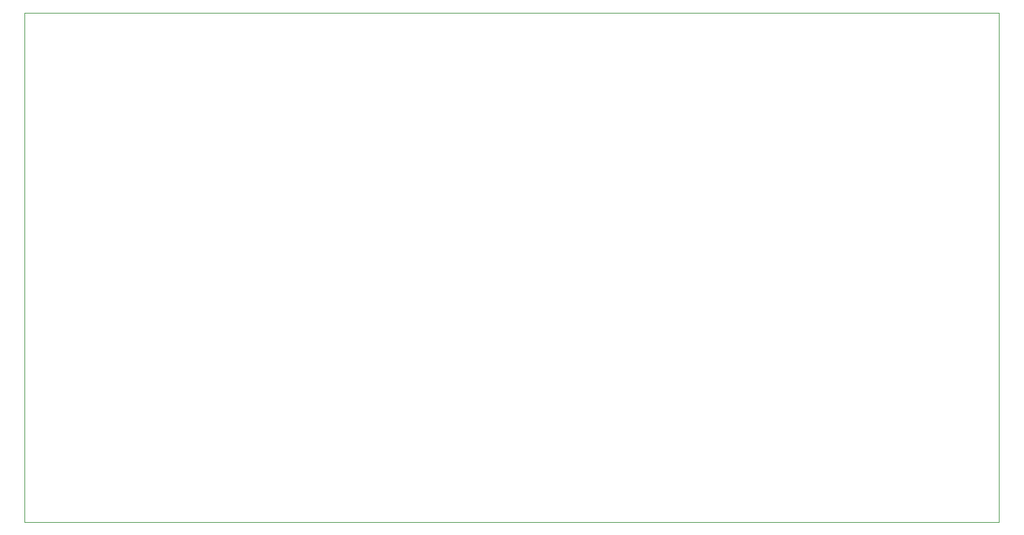
<source format=gbr>
%TF.GenerationSoftware,KiCad,Pcbnew,7.0.5*%
%TF.CreationDate,2023-11-27T09:45:35+05:30*%
%TF.ProjectId,Precharge circuit,50726563-6861-4726-9765-206369726375,rev?*%
%TF.SameCoordinates,Original*%
%TF.FileFunction,Profile,NP*%
%FSLAX46Y46*%
G04 Gerber Fmt 4.6, Leading zero omitted, Abs format (unit mm)*
G04 Created by KiCad (PCBNEW 7.0.5) date 2023-11-27 09:45:35*
%MOMM*%
%LPD*%
G01*
G04 APERTURE LIST*
%TA.AperFunction,Profile*%
%ADD10C,0.100000*%
%TD*%
G04 APERTURE END LIST*
D10*
X28511500Y-30099000D02*
X156603700Y-30099000D01*
X156603700Y-97028000D01*
X28511500Y-97028000D01*
X28511500Y-30099000D01*
M02*

</source>
